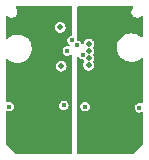
<source format=gbr>
%TF.GenerationSoftware,KiCad,Pcbnew,(6.0.2)*%
%TF.CreationDate,2023-07-25T20:57:52+03:00*%
%TF.ProjectId,Shield1,53686965-6c64-4312-9e6b-696361645f70,rev?*%
%TF.SameCoordinates,Original*%
%TF.FileFunction,Copper,L2,Inr*%
%TF.FilePolarity,Positive*%
%FSLAX46Y46*%
G04 Gerber Fmt 4.6, Leading zero omitted, Abs format (unit mm)*
G04 Created by KiCad (PCBNEW (6.0.2)) date 2023-07-25 20:57:52*
%MOMM*%
%LPD*%
G01*
G04 APERTURE LIST*
%TA.AperFunction,ViaPad*%
%ADD10C,0.500000*%
%TD*%
%TA.AperFunction,ViaPad*%
%ADD11C,0.400000*%
%TD*%
G04 APERTURE END LIST*
D10*
%TO.N,VBUS1*%
X98800000Y-22000000D03*
X98882155Y-25282155D03*
%TO.N,VBUS2*%
X101200000Y-25200000D03*
X101200000Y-24600000D03*
X101225499Y-24000000D03*
X101225499Y-23400000D03*
D11*
%TO.N,D-*%
X99800000Y-23100000D03*
%TO.N,D+*%
X100200000Y-23500000D03*
%TO.N,RX*%
X105500000Y-28800000D03*
X100700000Y-24300000D03*
X100900000Y-28700000D03*
%TO.N,TX*%
X94500000Y-28700000D03*
X99400000Y-24000000D03*
X99100000Y-28600000D03*
%TO.N,GND*%
X102750000Y-23550000D03*
X103200000Y-23300000D03*
X103200000Y-24550000D03*
X103200000Y-23900000D03*
X102750000Y-22950000D03*
X103195277Y-22695277D03*
X102750000Y-24150000D03*
X102750000Y-22450000D03*
%TO.N,GND3*%
X96750000Y-23900000D03*
X96700000Y-24600000D03*
X97250000Y-24200000D03*
X96750000Y-22700000D03*
X96750000Y-23300000D03*
X97250000Y-23550000D03*
X97250000Y-23550000D03*
X97250000Y-23000000D03*
X97250000Y-22450000D03*
%TD*%
%TA.AperFunction,Conductor*%
%TO.N,GND3*%
G36*
X99759187Y-20218907D02*
G01*
X99795151Y-20268407D01*
X99799996Y-20299001D01*
X99799961Y-22609961D01*
X99781053Y-22668152D01*
X99731552Y-22704115D01*
X99716448Y-22707741D01*
X99682391Y-22713135D01*
X99682390Y-22713135D01*
X99674696Y-22714354D01*
X99667757Y-22717890D01*
X99667756Y-22717890D01*
X99568597Y-22768414D01*
X99568595Y-22768415D01*
X99561658Y-22771950D01*
X99471950Y-22861658D01*
X99468415Y-22868595D01*
X99468414Y-22868597D01*
X99417890Y-22967756D01*
X99414354Y-22974696D01*
X99394508Y-23100000D01*
X99395727Y-23107697D01*
X99405904Y-23171950D01*
X99414354Y-23225304D01*
X99417890Y-23232243D01*
X99417890Y-23232244D01*
X99442711Y-23280957D01*
X99471950Y-23338342D01*
X99561658Y-23428050D01*
X99568597Y-23431586D01*
X99568742Y-23431691D01*
X99604706Y-23481191D01*
X99604707Y-23542376D01*
X99568743Y-23591876D01*
X99510553Y-23610784D01*
X99495069Y-23609565D01*
X99400000Y-23594508D01*
X99392303Y-23595727D01*
X99282391Y-23613135D01*
X99282390Y-23613135D01*
X99274696Y-23614354D01*
X99267757Y-23617890D01*
X99267756Y-23617890D01*
X99168597Y-23668414D01*
X99168595Y-23668415D01*
X99161658Y-23671950D01*
X99071950Y-23761658D01*
X99014354Y-23874696D01*
X99013135Y-23882390D01*
X99013135Y-23882391D01*
X99005519Y-23930478D01*
X98994508Y-24000000D01*
X99014354Y-24125304D01*
X99017890Y-24132243D01*
X99017890Y-24132244D01*
X99023076Y-24142421D01*
X99071950Y-24238342D01*
X99161658Y-24328050D01*
X99168595Y-24331585D01*
X99168597Y-24331586D01*
X99267756Y-24382110D01*
X99274696Y-24385646D01*
X99282390Y-24386865D01*
X99282391Y-24386865D01*
X99392303Y-24404273D01*
X99400000Y-24405492D01*
X99407697Y-24404273D01*
X99517609Y-24386865D01*
X99517610Y-24386865D01*
X99525304Y-24385646D01*
X99550420Y-24372849D01*
X99631402Y-24331586D01*
X99631401Y-24331586D01*
X99638342Y-24328050D01*
X99643191Y-24323201D01*
X99700935Y-24304440D01*
X99759125Y-24323349D01*
X99795088Y-24372849D01*
X99799933Y-24403442D01*
X99799926Y-24829988D01*
X99799815Y-32053229D01*
X99799806Y-32602487D01*
X99780898Y-32660677D01*
X99731397Y-32696640D01*
X99700791Y-32701485D01*
X98276333Y-32701270D01*
X95024615Y-32700780D01*
X94966427Y-32681864D01*
X94954626Y-32671784D01*
X94228996Y-31946153D01*
X94201219Y-31891636D01*
X94200000Y-31876149D01*
X94200000Y-29158188D01*
X94218907Y-29099997D01*
X94268407Y-29064033D01*
X94329593Y-29064033D01*
X94343944Y-29069978D01*
X94367752Y-29082109D01*
X94367758Y-29082111D01*
X94374696Y-29085646D01*
X94382390Y-29086865D01*
X94382391Y-29086865D01*
X94492303Y-29104273D01*
X94500000Y-29105492D01*
X94507697Y-29104273D01*
X94617609Y-29086865D01*
X94617610Y-29086865D01*
X94625304Y-29085646D01*
X94667722Y-29064033D01*
X94731403Y-29031586D01*
X94731405Y-29031585D01*
X94738342Y-29028050D01*
X94828050Y-28938342D01*
X94885646Y-28825304D01*
X94905492Y-28700000D01*
X94889654Y-28600000D01*
X98694508Y-28600000D01*
X98714354Y-28725304D01*
X98717890Y-28732243D01*
X98717890Y-28732244D01*
X98765307Y-28825304D01*
X98771950Y-28838342D01*
X98861658Y-28928050D01*
X98868595Y-28931585D01*
X98868597Y-28931586D01*
X98892663Y-28943848D01*
X98974696Y-28985646D01*
X98982390Y-28986865D01*
X98982391Y-28986865D01*
X99092303Y-29004273D01*
X99100000Y-29005492D01*
X99107697Y-29004273D01*
X99217609Y-28986865D01*
X99217610Y-28986865D01*
X99225304Y-28985646D01*
X99307337Y-28943848D01*
X99331403Y-28931586D01*
X99331405Y-28931585D01*
X99338342Y-28928050D01*
X99428050Y-28838342D01*
X99434694Y-28825304D01*
X99482110Y-28732244D01*
X99482110Y-28732243D01*
X99485646Y-28725304D01*
X99505492Y-28600000D01*
X99485646Y-28474696D01*
X99428050Y-28361658D01*
X99338342Y-28271950D01*
X99331405Y-28268415D01*
X99331403Y-28268414D01*
X99232244Y-28217890D01*
X99232243Y-28217890D01*
X99225304Y-28214354D01*
X99217610Y-28213135D01*
X99217609Y-28213135D01*
X99107697Y-28195727D01*
X99100000Y-28194508D01*
X99092303Y-28195727D01*
X98982391Y-28213135D01*
X98982390Y-28213135D01*
X98974696Y-28214354D01*
X98967757Y-28217890D01*
X98967756Y-28217890D01*
X98868597Y-28268414D01*
X98868595Y-28268415D01*
X98861658Y-28271950D01*
X98771950Y-28361658D01*
X98714354Y-28474696D01*
X98694508Y-28600000D01*
X94889654Y-28600000D01*
X94885646Y-28574696D01*
X94838614Y-28482391D01*
X94831586Y-28468597D01*
X94831585Y-28468595D01*
X94828050Y-28461658D01*
X94738342Y-28371950D01*
X94731405Y-28368415D01*
X94731403Y-28368414D01*
X94632244Y-28317890D01*
X94632243Y-28317890D01*
X94625304Y-28314354D01*
X94617610Y-28313135D01*
X94617609Y-28313135D01*
X94507697Y-28295727D01*
X94500000Y-28294508D01*
X94492303Y-28295727D01*
X94382391Y-28313135D01*
X94382390Y-28313135D01*
X94374696Y-28314354D01*
X94367758Y-28317889D01*
X94367752Y-28317891D01*
X94343944Y-28330022D01*
X94283512Y-28339593D01*
X94228996Y-28311815D01*
X94201219Y-28257298D01*
X94200000Y-28241812D01*
X94200000Y-25276595D01*
X98427056Y-25276595D01*
X98427971Y-25283592D01*
X98427971Y-25283593D01*
X98429237Y-25293275D01*
X98443788Y-25404549D01*
X98446626Y-25411000D01*
X98446627Y-25411002D01*
X98453613Y-25426879D01*
X98495760Y-25522665D01*
X98537277Y-25572056D01*
X98574255Y-25616047D01*
X98574258Y-25616049D01*
X98578794Y-25621446D01*
X98686215Y-25692951D01*
X98692943Y-25695053D01*
X98692945Y-25695054D01*
X98747801Y-25712192D01*
X98809388Y-25731433D01*
X98873899Y-25732615D01*
X98931357Y-25733669D01*
X98931359Y-25733669D01*
X98938410Y-25733798D01*
X98945213Y-25731943D01*
X98945215Y-25731943D01*
X98986983Y-25720555D01*
X99062910Y-25699855D01*
X99172879Y-25632334D01*
X99259477Y-25536662D01*
X99315743Y-25420530D01*
X99337152Y-25293275D01*
X99337288Y-25282155D01*
X99318994Y-25154414D01*
X99265583Y-25036943D01*
X99181348Y-24939183D01*
X99175431Y-24935348D01*
X99175429Y-24935346D01*
X99078979Y-24872832D01*
X99073061Y-24868996D01*
X99066305Y-24866976D01*
X99066304Y-24866975D01*
X99023490Y-24854171D01*
X98949428Y-24832021D01*
X98872799Y-24831553D01*
X98827437Y-24831276D01*
X98820386Y-24831233D01*
X98813609Y-24833170D01*
X98813608Y-24833170D01*
X98703090Y-24864756D01*
X98703088Y-24864757D01*
X98696310Y-24866694D01*
X98587174Y-24935554D01*
X98501751Y-25032277D01*
X98446909Y-25149087D01*
X98427056Y-25276595D01*
X94200000Y-25276595D01*
X94200000Y-24742990D01*
X94218907Y-24684799D01*
X94268407Y-24648835D01*
X94329593Y-24648835D01*
X94367129Y-24671167D01*
X94370090Y-24674543D01*
X94373657Y-24677355D01*
X94539795Y-24808327D01*
X94539798Y-24808329D01*
X94543360Y-24811137D01*
X94547378Y-24813251D01*
X94734609Y-24911759D01*
X94734612Y-24911760D01*
X94738620Y-24913869D01*
X94807787Y-24935346D01*
X94944994Y-24977950D01*
X94944997Y-24977951D01*
X94949333Y-24979297D01*
X94953843Y-24979831D01*
X94953844Y-24979831D01*
X94990936Y-24984221D01*
X95128476Y-25000500D01*
X95255970Y-25000500D01*
X95419711Y-24985454D01*
X95583778Y-24939183D01*
X95627689Y-24926799D01*
X95627690Y-24926798D01*
X95632064Y-24925565D01*
X95636136Y-24923557D01*
X95636141Y-24923555D01*
X95823263Y-24831276D01*
X95829947Y-24827980D01*
X96006733Y-24695967D01*
X96156501Y-24533949D01*
X96274236Y-24347350D01*
X96355994Y-24142421D01*
X96399038Y-23926024D01*
X96401926Y-23705406D01*
X96401157Y-23700928D01*
X96365332Y-23492435D01*
X96365330Y-23492429D01*
X96364562Y-23487957D01*
X96309366Y-23338342D01*
X96289769Y-23285220D01*
X96289768Y-23285217D01*
X96288196Y-23280957D01*
X96175386Y-23091341D01*
X96153208Y-23066051D01*
X96032902Y-22928869D01*
X96029910Y-22925457D01*
X95947087Y-22860165D01*
X95860205Y-22791673D01*
X95860202Y-22791671D01*
X95856640Y-22788863D01*
X95824494Y-22771950D01*
X95665391Y-22688241D01*
X95665388Y-22688240D01*
X95661380Y-22686131D01*
X95578126Y-22660280D01*
X95455006Y-22622050D01*
X95455003Y-22622049D01*
X95450667Y-22620703D01*
X95446157Y-22620169D01*
X95446156Y-22620169D01*
X95398647Y-22614546D01*
X95271524Y-22599500D01*
X95144030Y-22599500D01*
X94980289Y-22614546D01*
X94767936Y-22674435D01*
X94763864Y-22676443D01*
X94763859Y-22676445D01*
X94599753Y-22757373D01*
X94570053Y-22772020D01*
X94393267Y-22904033D01*
X94371696Y-22927368D01*
X94318314Y-22957263D01*
X94257552Y-22950071D01*
X94212623Y-22908538D01*
X94200000Y-22860165D01*
X94200000Y-21994440D01*
X98344901Y-21994440D01*
X98345816Y-22001437D01*
X98345816Y-22001438D01*
X98347082Y-22011120D01*
X98361633Y-22122394D01*
X98364471Y-22128845D01*
X98364472Y-22128847D01*
X98371458Y-22144724D01*
X98413605Y-22240510D01*
X98455122Y-22289900D01*
X98492100Y-22333892D01*
X98492103Y-22333894D01*
X98496639Y-22339291D01*
X98604060Y-22410796D01*
X98610788Y-22412898D01*
X98610790Y-22412899D01*
X98665646Y-22430037D01*
X98727233Y-22449278D01*
X98791744Y-22450460D01*
X98849202Y-22451514D01*
X98849204Y-22451514D01*
X98856255Y-22451643D01*
X98863058Y-22449788D01*
X98863060Y-22449788D01*
X98904828Y-22438400D01*
X98980755Y-22417700D01*
X99090724Y-22350179D01*
X99177322Y-22254507D01*
X99233588Y-22138375D01*
X99254997Y-22011120D01*
X99255133Y-22000000D01*
X99236839Y-21872259D01*
X99183428Y-21754788D01*
X99099193Y-21657028D01*
X99093276Y-21653193D01*
X99093274Y-21653191D01*
X98996824Y-21590677D01*
X98990906Y-21586841D01*
X98984150Y-21584821D01*
X98984149Y-21584820D01*
X98941335Y-21572016D01*
X98867273Y-21549866D01*
X98790644Y-21549398D01*
X98745282Y-21549121D01*
X98738231Y-21549078D01*
X98731454Y-21551015D01*
X98731453Y-21551015D01*
X98620935Y-21582601D01*
X98620933Y-21582602D01*
X98614155Y-21584539D01*
X98505019Y-21653399D01*
X98419596Y-21750122D01*
X98364754Y-21866932D01*
X98344901Y-21994440D01*
X94200000Y-21994440D01*
X94200000Y-21105704D01*
X94218907Y-21047513D01*
X94268407Y-21011549D01*
X94329593Y-21011549D01*
X94364534Y-21031500D01*
X94439029Y-21097291D01*
X94561025Y-21154568D01*
X94663346Y-21170500D01*
X94733782Y-21170500D01*
X94737273Y-21170000D01*
X94737274Y-21170000D01*
X94766992Y-21165744D01*
X94833412Y-21156232D01*
X94894755Y-21128341D01*
X94949676Y-21103370D01*
X94956098Y-21100450D01*
X95058197Y-21012475D01*
X95131501Y-20899382D01*
X95133521Y-20892627D01*
X95133523Y-20892623D01*
X95168095Y-20777020D01*
X95170117Y-20770259D01*
X95170940Y-20635489D01*
X95133905Y-20505905D01*
X95061988Y-20391924D01*
X95056706Y-20387259D01*
X95056700Y-20387252D01*
X95040792Y-20373203D01*
X95009692Y-20320511D01*
X95015504Y-20259602D01*
X95056007Y-20213742D01*
X95106327Y-20200000D01*
X99700996Y-20200000D01*
X99759187Y-20218907D01*
G37*
%TD.AperFunction*%
%TD*%
%TA.AperFunction,Conductor*%
%TO.N,GND*%
G36*
X104951068Y-20218907D02*
G01*
X104987032Y-20268407D01*
X104987032Y-20329593D01*
X104957499Y-20374000D01*
X104947147Y-20382919D01*
X104947143Y-20382924D01*
X104941803Y-20387525D01*
X104868499Y-20500618D01*
X104866479Y-20507373D01*
X104866477Y-20507377D01*
X104833502Y-20617641D01*
X104829883Y-20629741D01*
X104829060Y-20764511D01*
X104866095Y-20894095D01*
X104938012Y-21008076D01*
X105039029Y-21097291D01*
X105161025Y-21154568D01*
X105263346Y-21170500D01*
X105333782Y-21170500D01*
X105337273Y-21170000D01*
X105337274Y-21170000D01*
X105366992Y-21165744D01*
X105433412Y-21156232D01*
X105494755Y-21128341D01*
X105549676Y-21103370D01*
X105556098Y-21100450D01*
X105561439Y-21095848D01*
X105561445Y-21095844D01*
X105636376Y-21031278D01*
X105692801Y-21007616D01*
X105752358Y-21021639D01*
X105792298Y-21067991D01*
X105800000Y-21106276D01*
X105800000Y-22757010D01*
X105781093Y-22815201D01*
X105731593Y-22851165D01*
X105670407Y-22851165D01*
X105632871Y-22828833D01*
X105629910Y-22825457D01*
X105616900Y-22815201D01*
X105460205Y-22691673D01*
X105460202Y-22691671D01*
X105456640Y-22688863D01*
X105424627Y-22672020D01*
X105265391Y-22588241D01*
X105265388Y-22588240D01*
X105261380Y-22586131D01*
X105178126Y-22560280D01*
X105055006Y-22522050D01*
X105055003Y-22522049D01*
X105050667Y-22520703D01*
X105046157Y-22520169D01*
X105046156Y-22520169D01*
X104998647Y-22514546D01*
X104871524Y-22499500D01*
X104744030Y-22499500D01*
X104580289Y-22514546D01*
X104367936Y-22574435D01*
X104363864Y-22576443D01*
X104363859Y-22576445D01*
X104199753Y-22657373D01*
X104170053Y-22672020D01*
X103993267Y-22804033D01*
X103990186Y-22807366D01*
X103859189Y-22949078D01*
X103843499Y-22966051D01*
X103841081Y-22969884D01*
X103841079Y-22969886D01*
X103786097Y-23057028D01*
X103725764Y-23152650D01*
X103644006Y-23357579D01*
X103600962Y-23573976D01*
X103599539Y-23682653D01*
X103598573Y-23756507D01*
X103598074Y-23794594D01*
X103598843Y-23799067D01*
X103598843Y-23799072D01*
X103634668Y-24007565D01*
X103634670Y-24007571D01*
X103635438Y-24012043D01*
X103653193Y-24060170D01*
X103695444Y-24174696D01*
X103711804Y-24219043D01*
X103824614Y-24408659D01*
X103827609Y-24412074D01*
X103827611Y-24412077D01*
X103886514Y-24479243D01*
X103970090Y-24574543D01*
X103973652Y-24577351D01*
X104139795Y-24708327D01*
X104139798Y-24708329D01*
X104143360Y-24711137D01*
X104147378Y-24713251D01*
X104334609Y-24811759D01*
X104334612Y-24811760D01*
X104338620Y-24813869D01*
X104403639Y-24834058D01*
X104544994Y-24877950D01*
X104544997Y-24877951D01*
X104549333Y-24879297D01*
X104553843Y-24879831D01*
X104553844Y-24879831D01*
X104590936Y-24884221D01*
X104728476Y-24900500D01*
X104855970Y-24900500D01*
X105019711Y-24885454D01*
X105153444Y-24847738D01*
X105227689Y-24826799D01*
X105227690Y-24826798D01*
X105232064Y-24825565D01*
X105236136Y-24823557D01*
X105236141Y-24823555D01*
X105425875Y-24729988D01*
X105425874Y-24729988D01*
X105429947Y-24727980D01*
X105606733Y-24595967D01*
X105628304Y-24572632D01*
X105681686Y-24542737D01*
X105742448Y-24549929D01*
X105787377Y-24591462D01*
X105800000Y-24639835D01*
X105800000Y-28341812D01*
X105781093Y-28400003D01*
X105731593Y-28435967D01*
X105670407Y-28435967D01*
X105656056Y-28430022D01*
X105632248Y-28417891D01*
X105632242Y-28417889D01*
X105625304Y-28414354D01*
X105617610Y-28413135D01*
X105617609Y-28413135D01*
X105507697Y-28395727D01*
X105500000Y-28394508D01*
X105492303Y-28395727D01*
X105382391Y-28413135D01*
X105382390Y-28413135D01*
X105374696Y-28414354D01*
X105367757Y-28417890D01*
X105367756Y-28417890D01*
X105268597Y-28468414D01*
X105268595Y-28468415D01*
X105261658Y-28471950D01*
X105171950Y-28561658D01*
X105168415Y-28568595D01*
X105168414Y-28568597D01*
X105161386Y-28582391D01*
X105114354Y-28674696D01*
X105094508Y-28800000D01*
X105114354Y-28925304D01*
X105171950Y-29038342D01*
X105261658Y-29128050D01*
X105268595Y-29131585D01*
X105268597Y-29131586D01*
X105343946Y-29169978D01*
X105374696Y-29185646D01*
X105382390Y-29186865D01*
X105382391Y-29186865D01*
X105492303Y-29204273D01*
X105500000Y-29205492D01*
X105507697Y-29204273D01*
X105617609Y-29186865D01*
X105617610Y-29186865D01*
X105625304Y-29185646D01*
X105632242Y-29182111D01*
X105632248Y-29182109D01*
X105656056Y-29169978D01*
X105716488Y-29160407D01*
X105771004Y-29188185D01*
X105798781Y-29242702D01*
X105800000Y-29258188D01*
X105800000Y-31876150D01*
X105781093Y-31934341D01*
X105771004Y-31946154D01*
X105046153Y-32671004D01*
X104991636Y-32698781D01*
X104976149Y-32700000D01*
X100299000Y-32700000D01*
X100240809Y-32681093D01*
X100204845Y-32631593D01*
X100200000Y-32601000D01*
X100200000Y-28700000D01*
X100494508Y-28700000D01*
X100514354Y-28825304D01*
X100517890Y-28832243D01*
X100517890Y-28832244D01*
X100565307Y-28925304D01*
X100571950Y-28938342D01*
X100661658Y-29028050D01*
X100668595Y-29031585D01*
X100668597Y-29031586D01*
X100692663Y-29043848D01*
X100774696Y-29085646D01*
X100782390Y-29086865D01*
X100782391Y-29086865D01*
X100892303Y-29104273D01*
X100900000Y-29105492D01*
X100907697Y-29104273D01*
X101017609Y-29086865D01*
X101017610Y-29086865D01*
X101025304Y-29085646D01*
X101107337Y-29043848D01*
X101131403Y-29031586D01*
X101131405Y-29031585D01*
X101138342Y-29028050D01*
X101228050Y-28938342D01*
X101234694Y-28925304D01*
X101282110Y-28832244D01*
X101282110Y-28832243D01*
X101285646Y-28825304D01*
X101305492Y-28700000D01*
X101285646Y-28574696D01*
X101228050Y-28461658D01*
X101138342Y-28371950D01*
X101131405Y-28368415D01*
X101131403Y-28368414D01*
X101032244Y-28317890D01*
X101032243Y-28317890D01*
X101025304Y-28314354D01*
X101017610Y-28313135D01*
X101017609Y-28313135D01*
X100907697Y-28295727D01*
X100900000Y-28294508D01*
X100892303Y-28295727D01*
X100782391Y-28313135D01*
X100782390Y-28313135D01*
X100774696Y-28314354D01*
X100767757Y-28317890D01*
X100767756Y-28317890D01*
X100668597Y-28368414D01*
X100668595Y-28368415D01*
X100661658Y-28371950D01*
X100571950Y-28461658D01*
X100514354Y-28574696D01*
X100494508Y-28700000D01*
X100200000Y-28700000D01*
X100200000Y-24604291D01*
X100218907Y-24546100D01*
X100268407Y-24510136D01*
X100329593Y-24510136D01*
X100370462Y-24539830D01*
X100371950Y-24538342D01*
X100461658Y-24628050D01*
X100468595Y-24631585D01*
X100468597Y-24631586D01*
X100484787Y-24639835D01*
X100574696Y-24685646D01*
X100582390Y-24686865D01*
X100582391Y-24686865D01*
X100700000Y-24705492D01*
X100699648Y-24707713D01*
X100747251Y-24723180D01*
X100779676Y-24763401D01*
X100813605Y-24840510D01*
X100818140Y-24845906D01*
X100819281Y-24847738D01*
X100833980Y-24907132D01*
X100819451Y-24950054D01*
X100819596Y-24950122D01*
X100764754Y-25066932D01*
X100744901Y-25194440D01*
X100745816Y-25201437D01*
X100745816Y-25201438D01*
X100747082Y-25211120D01*
X100761633Y-25322394D01*
X100764471Y-25328845D01*
X100764472Y-25328847D01*
X100771458Y-25344724D01*
X100813605Y-25440510D01*
X100855122Y-25489900D01*
X100892100Y-25533892D01*
X100892103Y-25533894D01*
X100896639Y-25539291D01*
X101004060Y-25610796D01*
X101010788Y-25612898D01*
X101010790Y-25612899D01*
X101065646Y-25630037D01*
X101127233Y-25649278D01*
X101191744Y-25650461D01*
X101249202Y-25651514D01*
X101249204Y-25651514D01*
X101256255Y-25651643D01*
X101263058Y-25649788D01*
X101263060Y-25649788D01*
X101304828Y-25638400D01*
X101380755Y-25617700D01*
X101490724Y-25550179D01*
X101577322Y-25454507D01*
X101633588Y-25338375D01*
X101654997Y-25211120D01*
X101655133Y-25200000D01*
X101636839Y-25072259D01*
X101583428Y-24954788D01*
X101580994Y-24951963D01*
X101565954Y-24894229D01*
X101579105Y-24855371D01*
X101577322Y-24854507D01*
X101630512Y-24744724D01*
X101630512Y-24744723D01*
X101633588Y-24738375D01*
X101654997Y-24611120D01*
X101655133Y-24600000D01*
X101636839Y-24472259D01*
X101586439Y-24361410D01*
X101579566Y-24300613D01*
X101594488Y-24265073D01*
X101598088Y-24259736D01*
X101602821Y-24254507D01*
X101659087Y-24138375D01*
X101673299Y-24053898D01*
X101679862Y-24014891D01*
X101679862Y-24014886D01*
X101680496Y-24011120D01*
X101680632Y-24000000D01*
X101662338Y-23872259D01*
X101608927Y-23754788D01*
X101606493Y-23751963D01*
X101591453Y-23694229D01*
X101604604Y-23655371D01*
X101602821Y-23654507D01*
X101656011Y-23544724D01*
X101656011Y-23544723D01*
X101659087Y-23538375D01*
X101680496Y-23411120D01*
X101680632Y-23400000D01*
X101662338Y-23272259D01*
X101616730Y-23171950D01*
X101611848Y-23161212D01*
X101611847Y-23161211D01*
X101608927Y-23154788D01*
X101524692Y-23057028D01*
X101518775Y-23053193D01*
X101518773Y-23053191D01*
X101448312Y-23007522D01*
X101416405Y-22986841D01*
X101409649Y-22984821D01*
X101409648Y-22984820D01*
X101359713Y-22969886D01*
X101292772Y-22949866D01*
X101216143Y-22949398D01*
X101170781Y-22949121D01*
X101163730Y-22949078D01*
X101156953Y-22951015D01*
X101156952Y-22951015D01*
X101046434Y-22982601D01*
X101046432Y-22982602D01*
X101039654Y-22984539D01*
X100930518Y-23053399D01*
X100845095Y-23150122D01*
X100790253Y-23266932D01*
X100776020Y-23358347D01*
X100748386Y-23412937D01*
X100693943Y-23440857D01*
X100633486Y-23431444D01*
X100590108Y-23388293D01*
X100586379Y-23379324D01*
X100585646Y-23374696D01*
X100537010Y-23279243D01*
X100531586Y-23268597D01*
X100531585Y-23268595D01*
X100528050Y-23261658D01*
X100438342Y-23171950D01*
X100431405Y-23168415D01*
X100431403Y-23168414D01*
X100332244Y-23117890D01*
X100332243Y-23117890D01*
X100325304Y-23114354D01*
X100317611Y-23113135D01*
X100317609Y-23113135D01*
X100283513Y-23107735D01*
X100228997Y-23079958D01*
X100201219Y-23025441D01*
X100200000Y-23009954D01*
X100200000Y-20299000D01*
X100218907Y-20240809D01*
X100268407Y-20204845D01*
X100299000Y-20200000D01*
X104892877Y-20200000D01*
X104951068Y-20218907D01*
G37*
%TD.AperFunction*%
%TD*%
M02*

</source>
